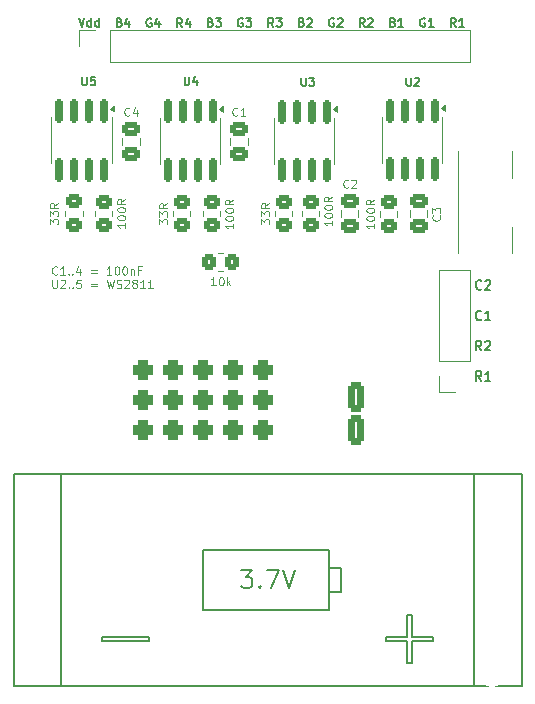
<source format=gto>
G04 #@! TF.GenerationSoftware,KiCad,Pcbnew,8.0.1*
G04 #@! TF.CreationDate,2024-07-15T10:08:48+02:00*
G04 #@! TF.ProjectId,RGB 2x2 with WS2811,52474220-3278-4322-9077-697468205753,rev?*
G04 #@! TF.SameCoordinates,Original*
G04 #@! TF.FileFunction,Legend,Top*
G04 #@! TF.FilePolarity,Positive*
%FSLAX46Y46*%
G04 Gerber Fmt 4.6, Leading zero omitted, Abs format (unit mm)*
G04 Created by KiCad (PCBNEW 8.0.1) date 2024-07-15 10:08:48*
%MOMM*%
%LPD*%
G01*
G04 APERTURE LIST*
G04 Aperture macros list*
%AMRoundRect*
0 Rectangle with rounded corners*
0 $1 Rounding radius*
0 $2 $3 $4 $5 $6 $7 $8 $9 X,Y pos of 4 corners*
0 Add a 4 corners polygon primitive as box body*
4,1,4,$2,$3,$4,$5,$6,$7,$8,$9,$2,$3,0*
0 Add four circle primitives for the rounded corners*
1,1,$1+$1,$2,$3*
1,1,$1+$1,$4,$5*
1,1,$1+$1,$6,$7*
1,1,$1+$1,$8,$9*
0 Add four rect primitives between the rounded corners*
20,1,$1+$1,$2,$3,$4,$5,0*
20,1,$1+$1,$4,$5,$6,$7,0*
20,1,$1+$1,$6,$7,$8,$9,0*
20,1,$1+$1,$8,$9,$2,$3,0*%
G04 Aperture macros list end*
%ADD10C,0.200000*%
%ADD11C,0.100000*%
%ADD12C,0.150000*%
%ADD13C,0.120000*%
%ADD14RoundRect,0.250000X-0.475000X0.337500X-0.475000X-0.337500X0.475000X-0.337500X0.475000X0.337500X0*%
%ADD15R,1.700000X1.700000*%
%ADD16O,1.700000X1.700000*%
%ADD17RoundRect,0.425000X0.425000X0.425000X-0.425000X0.425000X-0.425000X-0.425000X0.425000X-0.425000X0*%
%ADD18RoundRect,0.250000X-0.450000X0.350000X-0.450000X-0.350000X0.450000X-0.350000X0.450000X0.350000X0*%
%ADD19RoundRect,0.250000X0.450000X-0.350000X0.450000X0.350000X-0.450000X0.350000X-0.450000X-0.350000X0*%
%ADD20RoundRect,0.150000X-0.150000X0.825000X-0.150000X-0.825000X0.150000X-0.825000X0.150000X0.825000X0*%
%ADD21R,2.300000X2.300000*%
%ADD22C,2.200000*%
%ADD23RoundRect,0.250000X-0.350000X-0.450000X0.350000X-0.450000X0.350000X0.450000X-0.350000X0.450000X0*%
%ADD24O,3.500000X2.200000*%
%ADD25O,2.500000X1.500000*%
%ADD26R,2.500000X1.500000*%
%ADD27RoundRect,0.250000X0.475000X-0.337500X0.475000X0.337500X-0.475000X0.337500X-0.475000X-0.337500X0*%
%ADD28C,1.800000*%
%ADD29C,3.500000*%
%ADD30C,2.600000*%
%ADD31R,1.600000X1.600000*%
%ADD32O,1.600000X1.600000*%
%ADD33RoundRect,0.304347X-0.395653X0.945653X-0.395653X-0.945653X0.395653X-0.945653X0.395653X0.945653X0*%
%ADD34R,1.800000X1.800000*%
G04 APERTURE END LIST*
D10*
X133097268Y-82662491D02*
X143765268Y-82662491D01*
X143765268Y-87742491D01*
X133097268Y-87742491D01*
X133097268Y-82662491D01*
X143765268Y-84186491D02*
X144781268Y-84186491D01*
X144781268Y-86218491D01*
X143765268Y-86218491D01*
X143765268Y-84186491D01*
D11*
X120775723Y-59279996D02*
X120742390Y-59313330D01*
X120742390Y-59313330D02*
X120642390Y-59346663D01*
X120642390Y-59346663D02*
X120575723Y-59346663D01*
X120575723Y-59346663D02*
X120475723Y-59313330D01*
X120475723Y-59313330D02*
X120409057Y-59246663D01*
X120409057Y-59246663D02*
X120375723Y-59179996D01*
X120375723Y-59179996D02*
X120342390Y-59046663D01*
X120342390Y-59046663D02*
X120342390Y-58946663D01*
X120342390Y-58946663D02*
X120375723Y-58813330D01*
X120375723Y-58813330D02*
X120409057Y-58746663D01*
X120409057Y-58746663D02*
X120475723Y-58679996D01*
X120475723Y-58679996D02*
X120575723Y-58646663D01*
X120575723Y-58646663D02*
X120642390Y-58646663D01*
X120642390Y-58646663D02*
X120742390Y-58679996D01*
X120742390Y-58679996D02*
X120775723Y-58713330D01*
X121442390Y-59346663D02*
X121042390Y-59346663D01*
X121242390Y-59346663D02*
X121242390Y-58646663D01*
X121242390Y-58646663D02*
X121175723Y-58746663D01*
X121175723Y-58746663D02*
X121109057Y-58813330D01*
X121109057Y-58813330D02*
X121042390Y-58846663D01*
X121742390Y-59279996D02*
X121775724Y-59313330D01*
X121775724Y-59313330D02*
X121742390Y-59346663D01*
X121742390Y-59346663D02*
X121709057Y-59313330D01*
X121709057Y-59313330D02*
X121742390Y-59279996D01*
X121742390Y-59279996D02*
X121742390Y-59346663D01*
X122075723Y-59279996D02*
X122109057Y-59313330D01*
X122109057Y-59313330D02*
X122075723Y-59346663D01*
X122075723Y-59346663D02*
X122042390Y-59313330D01*
X122042390Y-59313330D02*
X122075723Y-59279996D01*
X122075723Y-59279996D02*
X122075723Y-59346663D01*
X122709056Y-58879996D02*
X122709056Y-59346663D01*
X122542390Y-58613330D02*
X122375723Y-59113330D01*
X122375723Y-59113330D02*
X122809056Y-59113330D01*
X123609056Y-58979996D02*
X124142390Y-58979996D01*
X124142390Y-59179996D02*
X123609056Y-59179996D01*
X125375723Y-59346663D02*
X124975723Y-59346663D01*
X125175723Y-59346663D02*
X125175723Y-58646663D01*
X125175723Y-58646663D02*
X125109056Y-58746663D01*
X125109056Y-58746663D02*
X125042390Y-58813330D01*
X125042390Y-58813330D02*
X124975723Y-58846663D01*
X125809057Y-58646663D02*
X125875723Y-58646663D01*
X125875723Y-58646663D02*
X125942390Y-58679996D01*
X125942390Y-58679996D02*
X125975723Y-58713330D01*
X125975723Y-58713330D02*
X126009057Y-58779996D01*
X126009057Y-58779996D02*
X126042390Y-58913330D01*
X126042390Y-58913330D02*
X126042390Y-59079996D01*
X126042390Y-59079996D02*
X126009057Y-59213330D01*
X126009057Y-59213330D02*
X125975723Y-59279996D01*
X125975723Y-59279996D02*
X125942390Y-59313330D01*
X125942390Y-59313330D02*
X125875723Y-59346663D01*
X125875723Y-59346663D02*
X125809057Y-59346663D01*
X125809057Y-59346663D02*
X125742390Y-59313330D01*
X125742390Y-59313330D02*
X125709057Y-59279996D01*
X125709057Y-59279996D02*
X125675723Y-59213330D01*
X125675723Y-59213330D02*
X125642390Y-59079996D01*
X125642390Y-59079996D02*
X125642390Y-58913330D01*
X125642390Y-58913330D02*
X125675723Y-58779996D01*
X125675723Y-58779996D02*
X125709057Y-58713330D01*
X125709057Y-58713330D02*
X125742390Y-58679996D01*
X125742390Y-58679996D02*
X125809057Y-58646663D01*
X126475724Y-58646663D02*
X126542390Y-58646663D01*
X126542390Y-58646663D02*
X126609057Y-58679996D01*
X126609057Y-58679996D02*
X126642390Y-58713330D01*
X126642390Y-58713330D02*
X126675724Y-58779996D01*
X126675724Y-58779996D02*
X126709057Y-58913330D01*
X126709057Y-58913330D02*
X126709057Y-59079996D01*
X126709057Y-59079996D02*
X126675724Y-59213330D01*
X126675724Y-59213330D02*
X126642390Y-59279996D01*
X126642390Y-59279996D02*
X126609057Y-59313330D01*
X126609057Y-59313330D02*
X126542390Y-59346663D01*
X126542390Y-59346663D02*
X126475724Y-59346663D01*
X126475724Y-59346663D02*
X126409057Y-59313330D01*
X126409057Y-59313330D02*
X126375724Y-59279996D01*
X126375724Y-59279996D02*
X126342390Y-59213330D01*
X126342390Y-59213330D02*
X126309057Y-59079996D01*
X126309057Y-59079996D02*
X126309057Y-58913330D01*
X126309057Y-58913330D02*
X126342390Y-58779996D01*
X126342390Y-58779996D02*
X126375724Y-58713330D01*
X126375724Y-58713330D02*
X126409057Y-58679996D01*
X126409057Y-58679996D02*
X126475724Y-58646663D01*
X127009057Y-58879996D02*
X127009057Y-59346663D01*
X127009057Y-58946663D02*
X127042391Y-58913330D01*
X127042391Y-58913330D02*
X127109057Y-58879996D01*
X127109057Y-58879996D02*
X127209057Y-58879996D01*
X127209057Y-58879996D02*
X127275724Y-58913330D01*
X127275724Y-58913330D02*
X127309057Y-58979996D01*
X127309057Y-58979996D02*
X127309057Y-59346663D01*
X127875724Y-58979996D02*
X127642390Y-58979996D01*
X127642390Y-59346663D02*
X127642390Y-58646663D01*
X127642390Y-58646663D02*
X127975724Y-58646663D01*
X120375723Y-59773624D02*
X120375723Y-60340291D01*
X120375723Y-60340291D02*
X120409057Y-60406957D01*
X120409057Y-60406957D02*
X120442390Y-60440291D01*
X120442390Y-60440291D02*
X120509057Y-60473624D01*
X120509057Y-60473624D02*
X120642390Y-60473624D01*
X120642390Y-60473624D02*
X120709057Y-60440291D01*
X120709057Y-60440291D02*
X120742390Y-60406957D01*
X120742390Y-60406957D02*
X120775723Y-60340291D01*
X120775723Y-60340291D02*
X120775723Y-59773624D01*
X121075723Y-59840291D02*
X121109056Y-59806957D01*
X121109056Y-59806957D02*
X121175723Y-59773624D01*
X121175723Y-59773624D02*
X121342390Y-59773624D01*
X121342390Y-59773624D02*
X121409056Y-59806957D01*
X121409056Y-59806957D02*
X121442390Y-59840291D01*
X121442390Y-59840291D02*
X121475723Y-59906957D01*
X121475723Y-59906957D02*
X121475723Y-59973624D01*
X121475723Y-59973624D02*
X121442390Y-60073624D01*
X121442390Y-60073624D02*
X121042390Y-60473624D01*
X121042390Y-60473624D02*
X121475723Y-60473624D01*
X121775723Y-60406957D02*
X121809057Y-60440291D01*
X121809057Y-60440291D02*
X121775723Y-60473624D01*
X121775723Y-60473624D02*
X121742390Y-60440291D01*
X121742390Y-60440291D02*
X121775723Y-60406957D01*
X121775723Y-60406957D02*
X121775723Y-60473624D01*
X122109056Y-60406957D02*
X122142390Y-60440291D01*
X122142390Y-60440291D02*
X122109056Y-60473624D01*
X122109056Y-60473624D02*
X122075723Y-60440291D01*
X122075723Y-60440291D02*
X122109056Y-60406957D01*
X122109056Y-60406957D02*
X122109056Y-60473624D01*
X122775723Y-59773624D02*
X122442389Y-59773624D01*
X122442389Y-59773624D02*
X122409056Y-60106957D01*
X122409056Y-60106957D02*
X122442389Y-60073624D01*
X122442389Y-60073624D02*
X122509056Y-60040291D01*
X122509056Y-60040291D02*
X122675723Y-60040291D01*
X122675723Y-60040291D02*
X122742389Y-60073624D01*
X122742389Y-60073624D02*
X122775723Y-60106957D01*
X122775723Y-60106957D02*
X122809056Y-60173624D01*
X122809056Y-60173624D02*
X122809056Y-60340291D01*
X122809056Y-60340291D02*
X122775723Y-60406957D01*
X122775723Y-60406957D02*
X122742389Y-60440291D01*
X122742389Y-60440291D02*
X122675723Y-60473624D01*
X122675723Y-60473624D02*
X122509056Y-60473624D01*
X122509056Y-60473624D02*
X122442389Y-60440291D01*
X122442389Y-60440291D02*
X122409056Y-60406957D01*
X123642389Y-60106957D02*
X124175723Y-60106957D01*
X124175723Y-60306957D02*
X123642389Y-60306957D01*
X124975723Y-59773624D02*
X125142389Y-60473624D01*
X125142389Y-60473624D02*
X125275723Y-59973624D01*
X125275723Y-59973624D02*
X125409056Y-60473624D01*
X125409056Y-60473624D02*
X125575723Y-59773624D01*
X125809056Y-60440291D02*
X125909056Y-60473624D01*
X125909056Y-60473624D02*
X126075723Y-60473624D01*
X126075723Y-60473624D02*
X126142389Y-60440291D01*
X126142389Y-60440291D02*
X126175723Y-60406957D01*
X126175723Y-60406957D02*
X126209056Y-60340291D01*
X126209056Y-60340291D02*
X126209056Y-60273624D01*
X126209056Y-60273624D02*
X126175723Y-60206957D01*
X126175723Y-60206957D02*
X126142389Y-60173624D01*
X126142389Y-60173624D02*
X126075723Y-60140291D01*
X126075723Y-60140291D02*
X125942389Y-60106957D01*
X125942389Y-60106957D02*
X125875723Y-60073624D01*
X125875723Y-60073624D02*
X125842389Y-60040291D01*
X125842389Y-60040291D02*
X125809056Y-59973624D01*
X125809056Y-59973624D02*
X125809056Y-59906957D01*
X125809056Y-59906957D02*
X125842389Y-59840291D01*
X125842389Y-59840291D02*
X125875723Y-59806957D01*
X125875723Y-59806957D02*
X125942389Y-59773624D01*
X125942389Y-59773624D02*
X126109056Y-59773624D01*
X126109056Y-59773624D02*
X126209056Y-59806957D01*
X126475723Y-59840291D02*
X126509056Y-59806957D01*
X126509056Y-59806957D02*
X126575723Y-59773624D01*
X126575723Y-59773624D02*
X126742390Y-59773624D01*
X126742390Y-59773624D02*
X126809056Y-59806957D01*
X126809056Y-59806957D02*
X126842390Y-59840291D01*
X126842390Y-59840291D02*
X126875723Y-59906957D01*
X126875723Y-59906957D02*
X126875723Y-59973624D01*
X126875723Y-59973624D02*
X126842390Y-60073624D01*
X126842390Y-60073624D02*
X126442390Y-60473624D01*
X126442390Y-60473624D02*
X126875723Y-60473624D01*
X127275723Y-60073624D02*
X127209057Y-60040291D01*
X127209057Y-60040291D02*
X127175723Y-60006957D01*
X127175723Y-60006957D02*
X127142390Y-59940291D01*
X127142390Y-59940291D02*
X127142390Y-59906957D01*
X127142390Y-59906957D02*
X127175723Y-59840291D01*
X127175723Y-59840291D02*
X127209057Y-59806957D01*
X127209057Y-59806957D02*
X127275723Y-59773624D01*
X127275723Y-59773624D02*
X127409057Y-59773624D01*
X127409057Y-59773624D02*
X127475723Y-59806957D01*
X127475723Y-59806957D02*
X127509057Y-59840291D01*
X127509057Y-59840291D02*
X127542390Y-59906957D01*
X127542390Y-59906957D02*
X127542390Y-59940291D01*
X127542390Y-59940291D02*
X127509057Y-60006957D01*
X127509057Y-60006957D02*
X127475723Y-60040291D01*
X127475723Y-60040291D02*
X127409057Y-60073624D01*
X127409057Y-60073624D02*
X127275723Y-60073624D01*
X127275723Y-60073624D02*
X127209057Y-60106957D01*
X127209057Y-60106957D02*
X127175723Y-60140291D01*
X127175723Y-60140291D02*
X127142390Y-60206957D01*
X127142390Y-60206957D02*
X127142390Y-60340291D01*
X127142390Y-60340291D02*
X127175723Y-60406957D01*
X127175723Y-60406957D02*
X127209057Y-60440291D01*
X127209057Y-60440291D02*
X127275723Y-60473624D01*
X127275723Y-60473624D02*
X127409057Y-60473624D01*
X127409057Y-60473624D02*
X127475723Y-60440291D01*
X127475723Y-60440291D02*
X127509057Y-60406957D01*
X127509057Y-60406957D02*
X127542390Y-60340291D01*
X127542390Y-60340291D02*
X127542390Y-60206957D01*
X127542390Y-60206957D02*
X127509057Y-60140291D01*
X127509057Y-60140291D02*
X127475723Y-60106957D01*
X127475723Y-60106957D02*
X127409057Y-60073624D01*
X128209057Y-60473624D02*
X127809057Y-60473624D01*
X128009057Y-60473624D02*
X128009057Y-59773624D01*
X128009057Y-59773624D02*
X127942390Y-59873624D01*
X127942390Y-59873624D02*
X127875724Y-59940291D01*
X127875724Y-59940291D02*
X127809057Y-59973624D01*
X128875724Y-60473624D02*
X128475724Y-60473624D01*
X128675724Y-60473624D02*
X128675724Y-59773624D01*
X128675724Y-59773624D02*
X128609057Y-59873624D01*
X128609057Y-59873624D02*
X128542391Y-59940291D01*
X128542391Y-59940291D02*
X128475724Y-59973624D01*
D12*
X156703571Y-60528865D02*
X156665475Y-60566961D01*
X156665475Y-60566961D02*
X156551190Y-60605056D01*
X156551190Y-60605056D02*
X156474999Y-60605056D01*
X156474999Y-60605056D02*
X156360713Y-60566961D01*
X156360713Y-60566961D02*
X156284523Y-60490770D01*
X156284523Y-60490770D02*
X156246428Y-60414580D01*
X156246428Y-60414580D02*
X156208332Y-60262199D01*
X156208332Y-60262199D02*
X156208332Y-60147913D01*
X156208332Y-60147913D02*
X156246428Y-59995532D01*
X156246428Y-59995532D02*
X156284523Y-59919341D01*
X156284523Y-59919341D02*
X156360713Y-59843151D01*
X156360713Y-59843151D02*
X156474999Y-59805056D01*
X156474999Y-59805056D02*
X156551190Y-59805056D01*
X156551190Y-59805056D02*
X156665475Y-59843151D01*
X156665475Y-59843151D02*
X156703571Y-59881246D01*
X157008332Y-59881246D02*
X157046428Y-59843151D01*
X157046428Y-59843151D02*
X157122618Y-59805056D01*
X157122618Y-59805056D02*
X157313094Y-59805056D01*
X157313094Y-59805056D02*
X157389285Y-59843151D01*
X157389285Y-59843151D02*
X157427380Y-59881246D01*
X157427380Y-59881246D02*
X157465475Y-59957437D01*
X157465475Y-59957437D02*
X157465475Y-60033627D01*
X157465475Y-60033627D02*
X157427380Y-60147913D01*
X157427380Y-60147913D02*
X156970237Y-60605056D01*
X156970237Y-60605056D02*
X157465475Y-60605056D01*
X156703571Y-63104775D02*
X156665475Y-63142871D01*
X156665475Y-63142871D02*
X156551190Y-63180966D01*
X156551190Y-63180966D02*
X156474999Y-63180966D01*
X156474999Y-63180966D02*
X156360713Y-63142871D01*
X156360713Y-63142871D02*
X156284523Y-63066680D01*
X156284523Y-63066680D02*
X156246428Y-62990490D01*
X156246428Y-62990490D02*
X156208332Y-62838109D01*
X156208332Y-62838109D02*
X156208332Y-62723823D01*
X156208332Y-62723823D02*
X156246428Y-62571442D01*
X156246428Y-62571442D02*
X156284523Y-62495251D01*
X156284523Y-62495251D02*
X156360713Y-62419061D01*
X156360713Y-62419061D02*
X156474999Y-62380966D01*
X156474999Y-62380966D02*
X156551190Y-62380966D01*
X156551190Y-62380966D02*
X156665475Y-62419061D01*
X156665475Y-62419061D02*
X156703571Y-62457156D01*
X157465475Y-63180966D02*
X157008332Y-63180966D01*
X157236904Y-63180966D02*
X157236904Y-62380966D01*
X157236904Y-62380966D02*
X157160713Y-62495251D01*
X157160713Y-62495251D02*
X157084523Y-62571442D01*
X157084523Y-62571442D02*
X157008332Y-62609537D01*
X156703571Y-65756876D02*
X156436904Y-65375923D01*
X156246428Y-65756876D02*
X156246428Y-64956876D01*
X156246428Y-64956876D02*
X156551190Y-64956876D01*
X156551190Y-64956876D02*
X156627380Y-64994971D01*
X156627380Y-64994971D02*
X156665475Y-65033066D01*
X156665475Y-65033066D02*
X156703571Y-65109257D01*
X156703571Y-65109257D02*
X156703571Y-65223542D01*
X156703571Y-65223542D02*
X156665475Y-65299733D01*
X156665475Y-65299733D02*
X156627380Y-65337828D01*
X156627380Y-65337828D02*
X156551190Y-65375923D01*
X156551190Y-65375923D02*
X156246428Y-65375923D01*
X157008332Y-65033066D02*
X157046428Y-64994971D01*
X157046428Y-64994971D02*
X157122618Y-64956876D01*
X157122618Y-64956876D02*
X157313094Y-64956876D01*
X157313094Y-64956876D02*
X157389285Y-64994971D01*
X157389285Y-64994971D02*
X157427380Y-65033066D01*
X157427380Y-65033066D02*
X157465475Y-65109257D01*
X157465475Y-65109257D02*
X157465475Y-65185447D01*
X157465475Y-65185447D02*
X157427380Y-65299733D01*
X157427380Y-65299733D02*
X156970237Y-65756876D01*
X156970237Y-65756876D02*
X157465475Y-65756876D01*
X156703571Y-68332786D02*
X156436904Y-67951833D01*
X156246428Y-68332786D02*
X156246428Y-67532786D01*
X156246428Y-67532786D02*
X156551190Y-67532786D01*
X156551190Y-67532786D02*
X156627380Y-67570881D01*
X156627380Y-67570881D02*
X156665475Y-67608976D01*
X156665475Y-67608976D02*
X156703571Y-67685167D01*
X156703571Y-67685167D02*
X156703571Y-67799452D01*
X156703571Y-67799452D02*
X156665475Y-67875643D01*
X156665475Y-67875643D02*
X156627380Y-67913738D01*
X156627380Y-67913738D02*
X156551190Y-67951833D01*
X156551190Y-67951833D02*
X156246428Y-67951833D01*
X157465475Y-68332786D02*
X157008332Y-68332786D01*
X157236904Y-68332786D02*
X157236904Y-67532786D01*
X157236904Y-67532786D02*
X157160713Y-67647071D01*
X157160713Y-67647071D02*
X157084523Y-67723262D01*
X157084523Y-67723262D02*
X157008332Y-67761357D01*
X122598428Y-37628129D02*
X122845094Y-38368129D01*
X122845094Y-38368129D02*
X123091761Y-37628129D01*
X123655571Y-38368129D02*
X123655571Y-37628129D01*
X123655571Y-38332891D02*
X123585095Y-38368129D01*
X123585095Y-38368129D02*
X123444142Y-38368129D01*
X123444142Y-38368129D02*
X123373666Y-38332891D01*
X123373666Y-38332891D02*
X123338428Y-38297652D01*
X123338428Y-38297652D02*
X123303190Y-38227176D01*
X123303190Y-38227176D02*
X123303190Y-38015748D01*
X123303190Y-38015748D02*
X123338428Y-37945271D01*
X123338428Y-37945271D02*
X123373666Y-37910033D01*
X123373666Y-37910033D02*
X123444142Y-37874795D01*
X123444142Y-37874795D02*
X123585095Y-37874795D01*
X123585095Y-37874795D02*
X123655571Y-37910033D01*
X124325095Y-38368129D02*
X124325095Y-37628129D01*
X124325095Y-38332891D02*
X124254619Y-38368129D01*
X124254619Y-38368129D02*
X124113666Y-38368129D01*
X124113666Y-38368129D02*
X124043190Y-38332891D01*
X124043190Y-38332891D02*
X124007952Y-38297652D01*
X124007952Y-38297652D02*
X123972714Y-38227176D01*
X123972714Y-38227176D02*
X123972714Y-38015748D01*
X123972714Y-38015748D02*
X124007952Y-37945271D01*
X124007952Y-37945271D02*
X124043190Y-37910033D01*
X124043190Y-37910033D02*
X124113666Y-37874795D01*
X124113666Y-37874795D02*
X124254619Y-37874795D01*
X124254619Y-37874795D02*
X124325095Y-37910033D01*
X126051763Y-37980510D02*
X126157477Y-38015748D01*
X126157477Y-38015748D02*
X126192715Y-38050986D01*
X126192715Y-38050986D02*
X126227953Y-38121462D01*
X126227953Y-38121462D02*
X126227953Y-38227176D01*
X126227953Y-38227176D02*
X126192715Y-38297652D01*
X126192715Y-38297652D02*
X126157477Y-38332891D01*
X126157477Y-38332891D02*
X126087001Y-38368129D01*
X126087001Y-38368129D02*
X125805096Y-38368129D01*
X125805096Y-38368129D02*
X125805096Y-37628129D01*
X125805096Y-37628129D02*
X126051763Y-37628129D01*
X126051763Y-37628129D02*
X126122239Y-37663367D01*
X126122239Y-37663367D02*
X126157477Y-37698605D01*
X126157477Y-37698605D02*
X126192715Y-37769081D01*
X126192715Y-37769081D02*
X126192715Y-37839557D01*
X126192715Y-37839557D02*
X126157477Y-37910033D01*
X126157477Y-37910033D02*
X126122239Y-37945271D01*
X126122239Y-37945271D02*
X126051763Y-37980510D01*
X126051763Y-37980510D02*
X125805096Y-37980510D01*
X126862239Y-37874795D02*
X126862239Y-38368129D01*
X126686048Y-37592891D02*
X126509858Y-38121462D01*
X126509858Y-38121462D02*
X126967953Y-38121462D01*
X128765097Y-37663367D02*
X128694621Y-37628129D01*
X128694621Y-37628129D02*
X128588907Y-37628129D01*
X128588907Y-37628129D02*
X128483192Y-37663367D01*
X128483192Y-37663367D02*
X128412716Y-37733843D01*
X128412716Y-37733843D02*
X128377478Y-37804319D01*
X128377478Y-37804319D02*
X128342240Y-37945271D01*
X128342240Y-37945271D02*
X128342240Y-38050986D01*
X128342240Y-38050986D02*
X128377478Y-38191938D01*
X128377478Y-38191938D02*
X128412716Y-38262414D01*
X128412716Y-38262414D02*
X128483192Y-38332891D01*
X128483192Y-38332891D02*
X128588907Y-38368129D01*
X128588907Y-38368129D02*
X128659383Y-38368129D01*
X128659383Y-38368129D02*
X128765097Y-38332891D01*
X128765097Y-38332891D02*
X128800335Y-38297652D01*
X128800335Y-38297652D02*
X128800335Y-38050986D01*
X128800335Y-38050986D02*
X128659383Y-38050986D01*
X129434621Y-37874795D02*
X129434621Y-38368129D01*
X129258430Y-37592891D02*
X129082240Y-38121462D01*
X129082240Y-38121462D02*
X129540335Y-38121462D01*
X131372717Y-38368129D02*
X131126050Y-38015748D01*
X130949860Y-38368129D02*
X130949860Y-37628129D01*
X130949860Y-37628129D02*
X131231765Y-37628129D01*
X131231765Y-37628129D02*
X131302241Y-37663367D01*
X131302241Y-37663367D02*
X131337479Y-37698605D01*
X131337479Y-37698605D02*
X131372717Y-37769081D01*
X131372717Y-37769081D02*
X131372717Y-37874795D01*
X131372717Y-37874795D02*
X131337479Y-37945271D01*
X131337479Y-37945271D02*
X131302241Y-37980510D01*
X131302241Y-37980510D02*
X131231765Y-38015748D01*
X131231765Y-38015748D02*
X130949860Y-38015748D01*
X132007003Y-37874795D02*
X132007003Y-38368129D01*
X131830812Y-37592891D02*
X131654622Y-38121462D01*
X131654622Y-38121462D02*
X132112717Y-38121462D01*
X133768909Y-37980510D02*
X133874623Y-38015748D01*
X133874623Y-38015748D02*
X133909861Y-38050986D01*
X133909861Y-38050986D02*
X133945099Y-38121462D01*
X133945099Y-38121462D02*
X133945099Y-38227176D01*
X133945099Y-38227176D02*
X133909861Y-38297652D01*
X133909861Y-38297652D02*
X133874623Y-38332891D01*
X133874623Y-38332891D02*
X133804147Y-38368129D01*
X133804147Y-38368129D02*
X133522242Y-38368129D01*
X133522242Y-38368129D02*
X133522242Y-37628129D01*
X133522242Y-37628129D02*
X133768909Y-37628129D01*
X133768909Y-37628129D02*
X133839385Y-37663367D01*
X133839385Y-37663367D02*
X133874623Y-37698605D01*
X133874623Y-37698605D02*
X133909861Y-37769081D01*
X133909861Y-37769081D02*
X133909861Y-37839557D01*
X133909861Y-37839557D02*
X133874623Y-37910033D01*
X133874623Y-37910033D02*
X133839385Y-37945271D01*
X133839385Y-37945271D02*
X133768909Y-37980510D01*
X133768909Y-37980510D02*
X133522242Y-37980510D01*
X134191766Y-37628129D02*
X134649861Y-37628129D01*
X134649861Y-37628129D02*
X134403194Y-37910033D01*
X134403194Y-37910033D02*
X134508909Y-37910033D01*
X134508909Y-37910033D02*
X134579385Y-37945271D01*
X134579385Y-37945271D02*
X134614623Y-37980510D01*
X134614623Y-37980510D02*
X134649861Y-38050986D01*
X134649861Y-38050986D02*
X134649861Y-38227176D01*
X134649861Y-38227176D02*
X134614623Y-38297652D01*
X134614623Y-38297652D02*
X134579385Y-38332891D01*
X134579385Y-38332891D02*
X134508909Y-38368129D01*
X134508909Y-38368129D02*
X134297480Y-38368129D01*
X134297480Y-38368129D02*
X134227004Y-38332891D01*
X134227004Y-38332891D02*
X134191766Y-38297652D01*
X136482243Y-37663367D02*
X136411767Y-37628129D01*
X136411767Y-37628129D02*
X136306053Y-37628129D01*
X136306053Y-37628129D02*
X136200338Y-37663367D01*
X136200338Y-37663367D02*
X136129862Y-37733843D01*
X136129862Y-37733843D02*
X136094624Y-37804319D01*
X136094624Y-37804319D02*
X136059386Y-37945271D01*
X136059386Y-37945271D02*
X136059386Y-38050986D01*
X136059386Y-38050986D02*
X136094624Y-38191938D01*
X136094624Y-38191938D02*
X136129862Y-38262414D01*
X136129862Y-38262414D02*
X136200338Y-38332891D01*
X136200338Y-38332891D02*
X136306053Y-38368129D01*
X136306053Y-38368129D02*
X136376529Y-38368129D01*
X136376529Y-38368129D02*
X136482243Y-38332891D01*
X136482243Y-38332891D02*
X136517481Y-38297652D01*
X136517481Y-38297652D02*
X136517481Y-38050986D01*
X136517481Y-38050986D02*
X136376529Y-38050986D01*
X136764148Y-37628129D02*
X137222243Y-37628129D01*
X137222243Y-37628129D02*
X136975576Y-37910033D01*
X136975576Y-37910033D02*
X137081291Y-37910033D01*
X137081291Y-37910033D02*
X137151767Y-37945271D01*
X137151767Y-37945271D02*
X137187005Y-37980510D01*
X137187005Y-37980510D02*
X137222243Y-38050986D01*
X137222243Y-38050986D02*
X137222243Y-38227176D01*
X137222243Y-38227176D02*
X137187005Y-38297652D01*
X137187005Y-38297652D02*
X137151767Y-38332891D01*
X137151767Y-38332891D02*
X137081291Y-38368129D01*
X137081291Y-38368129D02*
X136869862Y-38368129D01*
X136869862Y-38368129D02*
X136799386Y-38332891D01*
X136799386Y-38332891D02*
X136764148Y-38297652D01*
X139089863Y-38368129D02*
X138843196Y-38015748D01*
X138667006Y-38368129D02*
X138667006Y-37628129D01*
X138667006Y-37628129D02*
X138948911Y-37628129D01*
X138948911Y-37628129D02*
X139019387Y-37663367D01*
X139019387Y-37663367D02*
X139054625Y-37698605D01*
X139054625Y-37698605D02*
X139089863Y-37769081D01*
X139089863Y-37769081D02*
X139089863Y-37874795D01*
X139089863Y-37874795D02*
X139054625Y-37945271D01*
X139054625Y-37945271D02*
X139019387Y-37980510D01*
X139019387Y-37980510D02*
X138948911Y-38015748D01*
X138948911Y-38015748D02*
X138667006Y-38015748D01*
X139336530Y-37628129D02*
X139794625Y-37628129D01*
X139794625Y-37628129D02*
X139547958Y-37910033D01*
X139547958Y-37910033D02*
X139653673Y-37910033D01*
X139653673Y-37910033D02*
X139724149Y-37945271D01*
X139724149Y-37945271D02*
X139759387Y-37980510D01*
X139759387Y-37980510D02*
X139794625Y-38050986D01*
X139794625Y-38050986D02*
X139794625Y-38227176D01*
X139794625Y-38227176D02*
X139759387Y-38297652D01*
X139759387Y-38297652D02*
X139724149Y-38332891D01*
X139724149Y-38332891D02*
X139653673Y-38368129D01*
X139653673Y-38368129D02*
X139442244Y-38368129D01*
X139442244Y-38368129D02*
X139371768Y-38332891D01*
X139371768Y-38332891D02*
X139336530Y-38297652D01*
X141486055Y-37980510D02*
X141591769Y-38015748D01*
X141591769Y-38015748D02*
X141627007Y-38050986D01*
X141627007Y-38050986D02*
X141662245Y-38121462D01*
X141662245Y-38121462D02*
X141662245Y-38227176D01*
X141662245Y-38227176D02*
X141627007Y-38297652D01*
X141627007Y-38297652D02*
X141591769Y-38332891D01*
X141591769Y-38332891D02*
X141521293Y-38368129D01*
X141521293Y-38368129D02*
X141239388Y-38368129D01*
X141239388Y-38368129D02*
X141239388Y-37628129D01*
X141239388Y-37628129D02*
X141486055Y-37628129D01*
X141486055Y-37628129D02*
X141556531Y-37663367D01*
X141556531Y-37663367D02*
X141591769Y-37698605D01*
X141591769Y-37698605D02*
X141627007Y-37769081D01*
X141627007Y-37769081D02*
X141627007Y-37839557D01*
X141627007Y-37839557D02*
X141591769Y-37910033D01*
X141591769Y-37910033D02*
X141556531Y-37945271D01*
X141556531Y-37945271D02*
X141486055Y-37980510D01*
X141486055Y-37980510D02*
X141239388Y-37980510D01*
X141944150Y-37698605D02*
X141979388Y-37663367D01*
X141979388Y-37663367D02*
X142049864Y-37628129D01*
X142049864Y-37628129D02*
X142226055Y-37628129D01*
X142226055Y-37628129D02*
X142296531Y-37663367D01*
X142296531Y-37663367D02*
X142331769Y-37698605D01*
X142331769Y-37698605D02*
X142367007Y-37769081D01*
X142367007Y-37769081D02*
X142367007Y-37839557D01*
X142367007Y-37839557D02*
X142331769Y-37945271D01*
X142331769Y-37945271D02*
X141908912Y-38368129D01*
X141908912Y-38368129D02*
X142367007Y-38368129D01*
X144199389Y-37663367D02*
X144128913Y-37628129D01*
X144128913Y-37628129D02*
X144023199Y-37628129D01*
X144023199Y-37628129D02*
X143917484Y-37663367D01*
X143917484Y-37663367D02*
X143847008Y-37733843D01*
X143847008Y-37733843D02*
X143811770Y-37804319D01*
X143811770Y-37804319D02*
X143776532Y-37945271D01*
X143776532Y-37945271D02*
X143776532Y-38050986D01*
X143776532Y-38050986D02*
X143811770Y-38191938D01*
X143811770Y-38191938D02*
X143847008Y-38262414D01*
X143847008Y-38262414D02*
X143917484Y-38332891D01*
X143917484Y-38332891D02*
X144023199Y-38368129D01*
X144023199Y-38368129D02*
X144093675Y-38368129D01*
X144093675Y-38368129D02*
X144199389Y-38332891D01*
X144199389Y-38332891D02*
X144234627Y-38297652D01*
X144234627Y-38297652D02*
X144234627Y-38050986D01*
X144234627Y-38050986D02*
X144093675Y-38050986D01*
X144516532Y-37698605D02*
X144551770Y-37663367D01*
X144551770Y-37663367D02*
X144622246Y-37628129D01*
X144622246Y-37628129D02*
X144798437Y-37628129D01*
X144798437Y-37628129D02*
X144868913Y-37663367D01*
X144868913Y-37663367D02*
X144904151Y-37698605D01*
X144904151Y-37698605D02*
X144939389Y-37769081D01*
X144939389Y-37769081D02*
X144939389Y-37839557D01*
X144939389Y-37839557D02*
X144904151Y-37945271D01*
X144904151Y-37945271D02*
X144481294Y-38368129D01*
X144481294Y-38368129D02*
X144939389Y-38368129D01*
X146807009Y-38368129D02*
X146560342Y-38015748D01*
X146384152Y-38368129D02*
X146384152Y-37628129D01*
X146384152Y-37628129D02*
X146666057Y-37628129D01*
X146666057Y-37628129D02*
X146736533Y-37663367D01*
X146736533Y-37663367D02*
X146771771Y-37698605D01*
X146771771Y-37698605D02*
X146807009Y-37769081D01*
X146807009Y-37769081D02*
X146807009Y-37874795D01*
X146807009Y-37874795D02*
X146771771Y-37945271D01*
X146771771Y-37945271D02*
X146736533Y-37980510D01*
X146736533Y-37980510D02*
X146666057Y-38015748D01*
X146666057Y-38015748D02*
X146384152Y-38015748D01*
X147088914Y-37698605D02*
X147124152Y-37663367D01*
X147124152Y-37663367D02*
X147194628Y-37628129D01*
X147194628Y-37628129D02*
X147370819Y-37628129D01*
X147370819Y-37628129D02*
X147441295Y-37663367D01*
X147441295Y-37663367D02*
X147476533Y-37698605D01*
X147476533Y-37698605D02*
X147511771Y-37769081D01*
X147511771Y-37769081D02*
X147511771Y-37839557D01*
X147511771Y-37839557D02*
X147476533Y-37945271D01*
X147476533Y-37945271D02*
X147053676Y-38368129D01*
X147053676Y-38368129D02*
X147511771Y-38368129D01*
X149203201Y-37980510D02*
X149308915Y-38015748D01*
X149308915Y-38015748D02*
X149344153Y-38050986D01*
X149344153Y-38050986D02*
X149379391Y-38121462D01*
X149379391Y-38121462D02*
X149379391Y-38227176D01*
X149379391Y-38227176D02*
X149344153Y-38297652D01*
X149344153Y-38297652D02*
X149308915Y-38332891D01*
X149308915Y-38332891D02*
X149238439Y-38368129D01*
X149238439Y-38368129D02*
X148956534Y-38368129D01*
X148956534Y-38368129D02*
X148956534Y-37628129D01*
X148956534Y-37628129D02*
X149203201Y-37628129D01*
X149203201Y-37628129D02*
X149273677Y-37663367D01*
X149273677Y-37663367D02*
X149308915Y-37698605D01*
X149308915Y-37698605D02*
X149344153Y-37769081D01*
X149344153Y-37769081D02*
X149344153Y-37839557D01*
X149344153Y-37839557D02*
X149308915Y-37910033D01*
X149308915Y-37910033D02*
X149273677Y-37945271D01*
X149273677Y-37945271D02*
X149203201Y-37980510D01*
X149203201Y-37980510D02*
X148956534Y-37980510D01*
X150084153Y-38368129D02*
X149661296Y-38368129D01*
X149872724Y-38368129D02*
X149872724Y-37628129D01*
X149872724Y-37628129D02*
X149802248Y-37733843D01*
X149802248Y-37733843D02*
X149731772Y-37804319D01*
X149731772Y-37804319D02*
X149661296Y-37839557D01*
X151916535Y-37663367D02*
X151846059Y-37628129D01*
X151846059Y-37628129D02*
X151740345Y-37628129D01*
X151740345Y-37628129D02*
X151634630Y-37663367D01*
X151634630Y-37663367D02*
X151564154Y-37733843D01*
X151564154Y-37733843D02*
X151528916Y-37804319D01*
X151528916Y-37804319D02*
X151493678Y-37945271D01*
X151493678Y-37945271D02*
X151493678Y-38050986D01*
X151493678Y-38050986D02*
X151528916Y-38191938D01*
X151528916Y-38191938D02*
X151564154Y-38262414D01*
X151564154Y-38262414D02*
X151634630Y-38332891D01*
X151634630Y-38332891D02*
X151740345Y-38368129D01*
X151740345Y-38368129D02*
X151810821Y-38368129D01*
X151810821Y-38368129D02*
X151916535Y-38332891D01*
X151916535Y-38332891D02*
X151951773Y-38297652D01*
X151951773Y-38297652D02*
X151951773Y-38050986D01*
X151951773Y-38050986D02*
X151810821Y-38050986D01*
X152656535Y-38368129D02*
X152233678Y-38368129D01*
X152445106Y-38368129D02*
X152445106Y-37628129D01*
X152445106Y-37628129D02*
X152374630Y-37733843D01*
X152374630Y-37733843D02*
X152304154Y-37804319D01*
X152304154Y-37804319D02*
X152233678Y-37839557D01*
X154524155Y-38368129D02*
X154277488Y-38015748D01*
X154101298Y-38368129D02*
X154101298Y-37628129D01*
X154101298Y-37628129D02*
X154383203Y-37628129D01*
X154383203Y-37628129D02*
X154453679Y-37663367D01*
X154453679Y-37663367D02*
X154488917Y-37698605D01*
X154488917Y-37698605D02*
X154524155Y-37769081D01*
X154524155Y-37769081D02*
X154524155Y-37874795D01*
X154524155Y-37874795D02*
X154488917Y-37945271D01*
X154488917Y-37945271D02*
X154453679Y-37980510D01*
X154453679Y-37980510D02*
X154383203Y-38015748D01*
X154383203Y-38015748D02*
X154101298Y-38015748D01*
X155228917Y-38368129D02*
X154806060Y-38368129D01*
X155017488Y-38368129D02*
X155017488Y-37628129D01*
X155017488Y-37628129D02*
X154947012Y-37733843D01*
X154947012Y-37733843D02*
X154876536Y-37804319D01*
X154876536Y-37804319D02*
X154806060Y-37839557D01*
D11*
X126900601Y-45830456D02*
X126867268Y-45863790D01*
X126867268Y-45863790D02*
X126767268Y-45897123D01*
X126767268Y-45897123D02*
X126700601Y-45897123D01*
X126700601Y-45897123D02*
X126600601Y-45863790D01*
X126600601Y-45863790D02*
X126533935Y-45797123D01*
X126533935Y-45797123D02*
X126500601Y-45730456D01*
X126500601Y-45730456D02*
X126467268Y-45597123D01*
X126467268Y-45597123D02*
X126467268Y-45497123D01*
X126467268Y-45497123D02*
X126500601Y-45363790D01*
X126500601Y-45363790D02*
X126533935Y-45297123D01*
X126533935Y-45297123D02*
X126600601Y-45230456D01*
X126600601Y-45230456D02*
X126700601Y-45197123D01*
X126700601Y-45197123D02*
X126767268Y-45197123D01*
X126767268Y-45197123D02*
X126867268Y-45230456D01*
X126867268Y-45230456D02*
X126900601Y-45263790D01*
X127500601Y-45430456D02*
X127500601Y-45897123D01*
X127333935Y-45163790D02*
X127167268Y-45663790D01*
X127167268Y-45663790D02*
X127600601Y-45663790D01*
X145426601Y-51926456D02*
X145393268Y-51959790D01*
X145393268Y-51959790D02*
X145293268Y-51993123D01*
X145293268Y-51993123D02*
X145226601Y-51993123D01*
X145226601Y-51993123D02*
X145126601Y-51959790D01*
X145126601Y-51959790D02*
X145059935Y-51893123D01*
X145059935Y-51893123D02*
X145026601Y-51826456D01*
X145026601Y-51826456D02*
X144993268Y-51693123D01*
X144993268Y-51693123D02*
X144993268Y-51593123D01*
X144993268Y-51593123D02*
X145026601Y-51459790D01*
X145026601Y-51459790D02*
X145059935Y-51393123D01*
X145059935Y-51393123D02*
X145126601Y-51326456D01*
X145126601Y-51326456D02*
X145226601Y-51293123D01*
X145226601Y-51293123D02*
X145293268Y-51293123D01*
X145293268Y-51293123D02*
X145393268Y-51326456D01*
X145393268Y-51326456D02*
X145426601Y-51359790D01*
X145693268Y-51359790D02*
X145726601Y-51326456D01*
X145726601Y-51326456D02*
X145793268Y-51293123D01*
X145793268Y-51293123D02*
X145959935Y-51293123D01*
X145959935Y-51293123D02*
X146026601Y-51326456D01*
X146026601Y-51326456D02*
X146059935Y-51359790D01*
X146059935Y-51359790D02*
X146093268Y-51426456D01*
X146093268Y-51426456D02*
X146093268Y-51493123D01*
X146093268Y-51493123D02*
X146059935Y-51593123D01*
X146059935Y-51593123D02*
X145659935Y-51993123D01*
X145659935Y-51993123D02*
X146093268Y-51993123D01*
X136044601Y-45830456D02*
X136011268Y-45863790D01*
X136011268Y-45863790D02*
X135911268Y-45897123D01*
X135911268Y-45897123D02*
X135844601Y-45897123D01*
X135844601Y-45897123D02*
X135744601Y-45863790D01*
X135744601Y-45863790D02*
X135677935Y-45797123D01*
X135677935Y-45797123D02*
X135644601Y-45730456D01*
X135644601Y-45730456D02*
X135611268Y-45597123D01*
X135611268Y-45597123D02*
X135611268Y-45497123D01*
X135611268Y-45497123D02*
X135644601Y-45363790D01*
X135644601Y-45363790D02*
X135677935Y-45297123D01*
X135677935Y-45297123D02*
X135744601Y-45230456D01*
X135744601Y-45230456D02*
X135844601Y-45197123D01*
X135844601Y-45197123D02*
X135911268Y-45197123D01*
X135911268Y-45197123D02*
X136011268Y-45230456D01*
X136011268Y-45230456D02*
X136044601Y-45263790D01*
X136711268Y-45897123D02*
X136311268Y-45897123D01*
X136511268Y-45897123D02*
X136511268Y-45197123D01*
X136511268Y-45197123D02*
X136444601Y-45297123D01*
X136444601Y-45297123D02*
X136377935Y-45363790D01*
X136377935Y-45363790D02*
X136311268Y-45397123D01*
X144083901Y-54777156D02*
X144083901Y-55177156D01*
X144083901Y-54977156D02*
X143383901Y-54977156D01*
X143383901Y-54977156D02*
X143483901Y-55043823D01*
X143483901Y-55043823D02*
X143550568Y-55110490D01*
X143550568Y-55110490D02*
X143583901Y-55177156D01*
X143383901Y-54343823D02*
X143383901Y-54277156D01*
X143383901Y-54277156D02*
X143417234Y-54210489D01*
X143417234Y-54210489D02*
X143450568Y-54177156D01*
X143450568Y-54177156D02*
X143517234Y-54143823D01*
X143517234Y-54143823D02*
X143650568Y-54110489D01*
X143650568Y-54110489D02*
X143817234Y-54110489D01*
X143817234Y-54110489D02*
X143950568Y-54143823D01*
X143950568Y-54143823D02*
X144017234Y-54177156D01*
X144017234Y-54177156D02*
X144050568Y-54210489D01*
X144050568Y-54210489D02*
X144083901Y-54277156D01*
X144083901Y-54277156D02*
X144083901Y-54343823D01*
X144083901Y-54343823D02*
X144050568Y-54410489D01*
X144050568Y-54410489D02*
X144017234Y-54443823D01*
X144017234Y-54443823D02*
X143950568Y-54477156D01*
X143950568Y-54477156D02*
X143817234Y-54510489D01*
X143817234Y-54510489D02*
X143650568Y-54510489D01*
X143650568Y-54510489D02*
X143517234Y-54477156D01*
X143517234Y-54477156D02*
X143450568Y-54443823D01*
X143450568Y-54443823D02*
X143417234Y-54410489D01*
X143417234Y-54410489D02*
X143383901Y-54343823D01*
X143383901Y-53677156D02*
X143383901Y-53610489D01*
X143383901Y-53610489D02*
X143417234Y-53543822D01*
X143417234Y-53543822D02*
X143450568Y-53510489D01*
X143450568Y-53510489D02*
X143517234Y-53477156D01*
X143517234Y-53477156D02*
X143650568Y-53443822D01*
X143650568Y-53443822D02*
X143817234Y-53443822D01*
X143817234Y-53443822D02*
X143950568Y-53477156D01*
X143950568Y-53477156D02*
X144017234Y-53510489D01*
X144017234Y-53510489D02*
X144050568Y-53543822D01*
X144050568Y-53543822D02*
X144083901Y-53610489D01*
X144083901Y-53610489D02*
X144083901Y-53677156D01*
X144083901Y-53677156D02*
X144050568Y-53743822D01*
X144050568Y-53743822D02*
X144017234Y-53777156D01*
X144017234Y-53777156D02*
X143950568Y-53810489D01*
X143950568Y-53810489D02*
X143817234Y-53843822D01*
X143817234Y-53843822D02*
X143650568Y-53843822D01*
X143650568Y-53843822D02*
X143517234Y-53810489D01*
X143517234Y-53810489D02*
X143450568Y-53777156D01*
X143450568Y-53777156D02*
X143417234Y-53743822D01*
X143417234Y-53743822D02*
X143383901Y-53677156D01*
X144083901Y-52743822D02*
X143750568Y-52977155D01*
X144083901Y-53143822D02*
X143383901Y-53143822D01*
X143383901Y-53143822D02*
X143383901Y-52877155D01*
X143383901Y-52877155D02*
X143417234Y-52810489D01*
X143417234Y-52810489D02*
X143450568Y-52777155D01*
X143450568Y-52777155D02*
X143517234Y-52743822D01*
X143517234Y-52743822D02*
X143617234Y-52743822D01*
X143617234Y-52743822D02*
X143683901Y-52777155D01*
X143683901Y-52777155D02*
X143717234Y-52810489D01*
X143717234Y-52810489D02*
X143750568Y-52877155D01*
X143750568Y-52877155D02*
X143750568Y-53143822D01*
X138049901Y-55077658D02*
X138049901Y-54644324D01*
X138049901Y-54644324D02*
X138316568Y-54877658D01*
X138316568Y-54877658D02*
X138316568Y-54777658D01*
X138316568Y-54777658D02*
X138349901Y-54710991D01*
X138349901Y-54710991D02*
X138383234Y-54677658D01*
X138383234Y-54677658D02*
X138449901Y-54644324D01*
X138449901Y-54644324D02*
X138616568Y-54644324D01*
X138616568Y-54644324D02*
X138683234Y-54677658D01*
X138683234Y-54677658D02*
X138716568Y-54710991D01*
X138716568Y-54710991D02*
X138749901Y-54777658D01*
X138749901Y-54777658D02*
X138749901Y-54977658D01*
X138749901Y-54977658D02*
X138716568Y-55044324D01*
X138716568Y-55044324D02*
X138683234Y-55077658D01*
X138049901Y-54410991D02*
X138049901Y-53977657D01*
X138049901Y-53977657D02*
X138316568Y-54210991D01*
X138316568Y-54210991D02*
X138316568Y-54110991D01*
X138316568Y-54110991D02*
X138349901Y-54044324D01*
X138349901Y-54044324D02*
X138383234Y-54010991D01*
X138383234Y-54010991D02*
X138449901Y-53977657D01*
X138449901Y-53977657D02*
X138616568Y-53977657D01*
X138616568Y-53977657D02*
X138683234Y-54010991D01*
X138683234Y-54010991D02*
X138716568Y-54044324D01*
X138716568Y-54044324D02*
X138749901Y-54110991D01*
X138749901Y-54110991D02*
X138749901Y-54310991D01*
X138749901Y-54310991D02*
X138716568Y-54377657D01*
X138716568Y-54377657D02*
X138683234Y-54410991D01*
X138749901Y-53277657D02*
X138416568Y-53510990D01*
X138749901Y-53677657D02*
X138049901Y-53677657D01*
X138049901Y-53677657D02*
X138049901Y-53410990D01*
X138049901Y-53410990D02*
X138083234Y-53344324D01*
X138083234Y-53344324D02*
X138116568Y-53310990D01*
X138116568Y-53310990D02*
X138183234Y-53277657D01*
X138183234Y-53277657D02*
X138283234Y-53277657D01*
X138283234Y-53277657D02*
X138349901Y-53310990D01*
X138349901Y-53310990D02*
X138383234Y-53344324D01*
X138383234Y-53344324D02*
X138416568Y-53410990D01*
X138416568Y-53410990D02*
X138416568Y-53677657D01*
X120159901Y-55061658D02*
X120159901Y-54628324D01*
X120159901Y-54628324D02*
X120426568Y-54861658D01*
X120426568Y-54861658D02*
X120426568Y-54761658D01*
X120426568Y-54761658D02*
X120459901Y-54694991D01*
X120459901Y-54694991D02*
X120493234Y-54661658D01*
X120493234Y-54661658D02*
X120559901Y-54628324D01*
X120559901Y-54628324D02*
X120726568Y-54628324D01*
X120726568Y-54628324D02*
X120793234Y-54661658D01*
X120793234Y-54661658D02*
X120826568Y-54694991D01*
X120826568Y-54694991D02*
X120859901Y-54761658D01*
X120859901Y-54761658D02*
X120859901Y-54961658D01*
X120859901Y-54961658D02*
X120826568Y-55028324D01*
X120826568Y-55028324D02*
X120793234Y-55061658D01*
X120159901Y-54394991D02*
X120159901Y-53961657D01*
X120159901Y-53961657D02*
X120426568Y-54194991D01*
X120426568Y-54194991D02*
X120426568Y-54094991D01*
X120426568Y-54094991D02*
X120459901Y-54028324D01*
X120459901Y-54028324D02*
X120493234Y-53994991D01*
X120493234Y-53994991D02*
X120559901Y-53961657D01*
X120559901Y-53961657D02*
X120726568Y-53961657D01*
X120726568Y-53961657D02*
X120793234Y-53994991D01*
X120793234Y-53994991D02*
X120826568Y-54028324D01*
X120826568Y-54028324D02*
X120859901Y-54094991D01*
X120859901Y-54094991D02*
X120859901Y-54294991D01*
X120859901Y-54294991D02*
X120826568Y-54361657D01*
X120826568Y-54361657D02*
X120793234Y-54394991D01*
X120859901Y-53261657D02*
X120526568Y-53494990D01*
X120859901Y-53661657D02*
X120159901Y-53661657D01*
X120159901Y-53661657D02*
X120159901Y-53394990D01*
X120159901Y-53394990D02*
X120193234Y-53328324D01*
X120193234Y-53328324D02*
X120226568Y-53294990D01*
X120226568Y-53294990D02*
X120293234Y-53261657D01*
X120293234Y-53261657D02*
X120393234Y-53261657D01*
X120393234Y-53261657D02*
X120459901Y-53294990D01*
X120459901Y-53294990D02*
X120493234Y-53328324D01*
X120493234Y-53328324D02*
X120526568Y-53394990D01*
X120526568Y-53394990D02*
X120526568Y-53661657D01*
X147639901Y-55031156D02*
X147639901Y-55431156D01*
X147639901Y-55231156D02*
X146939901Y-55231156D01*
X146939901Y-55231156D02*
X147039901Y-55297823D01*
X147039901Y-55297823D02*
X147106568Y-55364490D01*
X147106568Y-55364490D02*
X147139901Y-55431156D01*
X146939901Y-54597823D02*
X146939901Y-54531156D01*
X146939901Y-54531156D02*
X146973234Y-54464489D01*
X146973234Y-54464489D02*
X147006568Y-54431156D01*
X147006568Y-54431156D02*
X147073234Y-54397823D01*
X147073234Y-54397823D02*
X147206568Y-54364489D01*
X147206568Y-54364489D02*
X147373234Y-54364489D01*
X147373234Y-54364489D02*
X147506568Y-54397823D01*
X147506568Y-54397823D02*
X147573234Y-54431156D01*
X147573234Y-54431156D02*
X147606568Y-54464489D01*
X147606568Y-54464489D02*
X147639901Y-54531156D01*
X147639901Y-54531156D02*
X147639901Y-54597823D01*
X147639901Y-54597823D02*
X147606568Y-54664489D01*
X147606568Y-54664489D02*
X147573234Y-54697823D01*
X147573234Y-54697823D02*
X147506568Y-54731156D01*
X147506568Y-54731156D02*
X147373234Y-54764489D01*
X147373234Y-54764489D02*
X147206568Y-54764489D01*
X147206568Y-54764489D02*
X147073234Y-54731156D01*
X147073234Y-54731156D02*
X147006568Y-54697823D01*
X147006568Y-54697823D02*
X146973234Y-54664489D01*
X146973234Y-54664489D02*
X146939901Y-54597823D01*
X146939901Y-53931156D02*
X146939901Y-53864489D01*
X146939901Y-53864489D02*
X146973234Y-53797822D01*
X146973234Y-53797822D02*
X147006568Y-53764489D01*
X147006568Y-53764489D02*
X147073234Y-53731156D01*
X147073234Y-53731156D02*
X147206568Y-53697822D01*
X147206568Y-53697822D02*
X147373234Y-53697822D01*
X147373234Y-53697822D02*
X147506568Y-53731156D01*
X147506568Y-53731156D02*
X147573234Y-53764489D01*
X147573234Y-53764489D02*
X147606568Y-53797822D01*
X147606568Y-53797822D02*
X147639901Y-53864489D01*
X147639901Y-53864489D02*
X147639901Y-53931156D01*
X147639901Y-53931156D02*
X147606568Y-53997822D01*
X147606568Y-53997822D02*
X147573234Y-54031156D01*
X147573234Y-54031156D02*
X147506568Y-54064489D01*
X147506568Y-54064489D02*
X147373234Y-54097822D01*
X147373234Y-54097822D02*
X147206568Y-54097822D01*
X147206568Y-54097822D02*
X147073234Y-54064489D01*
X147073234Y-54064489D02*
X147006568Y-54031156D01*
X147006568Y-54031156D02*
X146973234Y-53997822D01*
X146973234Y-53997822D02*
X146939901Y-53931156D01*
X147639901Y-52997822D02*
X147306568Y-53231155D01*
X147639901Y-53397822D02*
X146939901Y-53397822D01*
X146939901Y-53397822D02*
X146939901Y-53131155D01*
X146939901Y-53131155D02*
X146973234Y-53064489D01*
X146973234Y-53064489D02*
X147006568Y-53031155D01*
X147006568Y-53031155D02*
X147073234Y-52997822D01*
X147073234Y-52997822D02*
X147173234Y-52997822D01*
X147173234Y-52997822D02*
X147239901Y-53031155D01*
X147239901Y-53031155D02*
X147273234Y-53064489D01*
X147273234Y-53064489D02*
X147306568Y-53131155D01*
X147306568Y-53131155D02*
X147306568Y-53397822D01*
D12*
X141453934Y-42654523D02*
X141453934Y-43221190D01*
X141453934Y-43221190D02*
X141487268Y-43287856D01*
X141487268Y-43287856D02*
X141520601Y-43321190D01*
X141520601Y-43321190D02*
X141587268Y-43354523D01*
X141587268Y-43354523D02*
X141720601Y-43354523D01*
X141720601Y-43354523D02*
X141787268Y-43321190D01*
X141787268Y-43321190D02*
X141820601Y-43287856D01*
X141820601Y-43287856D02*
X141853934Y-43221190D01*
X141853934Y-43221190D02*
X141853934Y-42654523D01*
X142120601Y-42654523D02*
X142553934Y-42654523D01*
X142553934Y-42654523D02*
X142320601Y-42921190D01*
X142320601Y-42921190D02*
X142420601Y-42921190D01*
X142420601Y-42921190D02*
X142487267Y-42954523D01*
X142487267Y-42954523D02*
X142520601Y-42987856D01*
X142520601Y-42987856D02*
X142553934Y-43054523D01*
X142553934Y-43054523D02*
X142553934Y-43221190D01*
X142553934Y-43221190D02*
X142520601Y-43287856D01*
X142520601Y-43287856D02*
X142487267Y-43321190D01*
X142487267Y-43321190D02*
X142420601Y-43354523D01*
X142420601Y-43354523D02*
X142220601Y-43354523D01*
X142220601Y-43354523D02*
X142153934Y-43321190D01*
X142153934Y-43321190D02*
X142120601Y-43287856D01*
X150343934Y-42654524D02*
X150343934Y-43221191D01*
X150343934Y-43221191D02*
X150377268Y-43287857D01*
X150377268Y-43287857D02*
X150410601Y-43321191D01*
X150410601Y-43321191D02*
X150477268Y-43354524D01*
X150477268Y-43354524D02*
X150610601Y-43354524D01*
X150610601Y-43354524D02*
X150677268Y-43321191D01*
X150677268Y-43321191D02*
X150710601Y-43287857D01*
X150710601Y-43287857D02*
X150743934Y-43221191D01*
X150743934Y-43221191D02*
X150743934Y-42654524D01*
X151043934Y-42721191D02*
X151077267Y-42687857D01*
X151077267Y-42687857D02*
X151143934Y-42654524D01*
X151143934Y-42654524D02*
X151310601Y-42654524D01*
X151310601Y-42654524D02*
X151377267Y-42687857D01*
X151377267Y-42687857D02*
X151410601Y-42721191D01*
X151410601Y-42721191D02*
X151443934Y-42787857D01*
X151443934Y-42787857D02*
X151443934Y-42854524D01*
X151443934Y-42854524D02*
X151410601Y-42954524D01*
X151410601Y-42954524D02*
X151010601Y-43354524D01*
X151010601Y-43354524D02*
X151443934Y-43354524D01*
D11*
X135701901Y-55031156D02*
X135701901Y-55431156D01*
X135701901Y-55231156D02*
X135001901Y-55231156D01*
X135001901Y-55231156D02*
X135101901Y-55297823D01*
X135101901Y-55297823D02*
X135168568Y-55364490D01*
X135168568Y-55364490D02*
X135201901Y-55431156D01*
X135001901Y-54597823D02*
X135001901Y-54531156D01*
X135001901Y-54531156D02*
X135035234Y-54464489D01*
X135035234Y-54464489D02*
X135068568Y-54431156D01*
X135068568Y-54431156D02*
X135135234Y-54397823D01*
X135135234Y-54397823D02*
X135268568Y-54364489D01*
X135268568Y-54364489D02*
X135435234Y-54364489D01*
X135435234Y-54364489D02*
X135568568Y-54397823D01*
X135568568Y-54397823D02*
X135635234Y-54431156D01*
X135635234Y-54431156D02*
X135668568Y-54464489D01*
X135668568Y-54464489D02*
X135701901Y-54531156D01*
X135701901Y-54531156D02*
X135701901Y-54597823D01*
X135701901Y-54597823D02*
X135668568Y-54664489D01*
X135668568Y-54664489D02*
X135635234Y-54697823D01*
X135635234Y-54697823D02*
X135568568Y-54731156D01*
X135568568Y-54731156D02*
X135435234Y-54764489D01*
X135435234Y-54764489D02*
X135268568Y-54764489D01*
X135268568Y-54764489D02*
X135135234Y-54731156D01*
X135135234Y-54731156D02*
X135068568Y-54697823D01*
X135068568Y-54697823D02*
X135035234Y-54664489D01*
X135035234Y-54664489D02*
X135001901Y-54597823D01*
X135001901Y-53931156D02*
X135001901Y-53864489D01*
X135001901Y-53864489D02*
X135035234Y-53797822D01*
X135035234Y-53797822D02*
X135068568Y-53764489D01*
X135068568Y-53764489D02*
X135135234Y-53731156D01*
X135135234Y-53731156D02*
X135268568Y-53697822D01*
X135268568Y-53697822D02*
X135435234Y-53697822D01*
X135435234Y-53697822D02*
X135568568Y-53731156D01*
X135568568Y-53731156D02*
X135635234Y-53764489D01*
X135635234Y-53764489D02*
X135668568Y-53797822D01*
X135668568Y-53797822D02*
X135701901Y-53864489D01*
X135701901Y-53864489D02*
X135701901Y-53931156D01*
X135701901Y-53931156D02*
X135668568Y-53997822D01*
X135668568Y-53997822D02*
X135635234Y-54031156D01*
X135635234Y-54031156D02*
X135568568Y-54064489D01*
X135568568Y-54064489D02*
X135435234Y-54097822D01*
X135435234Y-54097822D02*
X135268568Y-54097822D01*
X135268568Y-54097822D02*
X135135234Y-54064489D01*
X135135234Y-54064489D02*
X135068568Y-54031156D01*
X135068568Y-54031156D02*
X135035234Y-53997822D01*
X135035234Y-53997822D02*
X135001901Y-53931156D01*
X135701901Y-52997822D02*
X135368568Y-53231155D01*
X135701901Y-53397822D02*
X135001901Y-53397822D01*
X135001901Y-53397822D02*
X135001901Y-53131155D01*
X135001901Y-53131155D02*
X135035234Y-53064489D01*
X135035234Y-53064489D02*
X135068568Y-53031155D01*
X135068568Y-53031155D02*
X135135234Y-52997822D01*
X135135234Y-52997822D02*
X135235234Y-52997822D01*
X135235234Y-52997822D02*
X135301901Y-53031155D01*
X135301901Y-53031155D02*
X135335234Y-53064489D01*
X135335234Y-53064489D02*
X135368568Y-53131155D01*
X135368568Y-53131155D02*
X135368568Y-53397822D01*
X134204601Y-60247124D02*
X133804601Y-60247124D01*
X134004601Y-60247124D02*
X134004601Y-59547124D01*
X134004601Y-59547124D02*
X133937934Y-59647124D01*
X133937934Y-59647124D02*
X133871268Y-59713791D01*
X133871268Y-59713791D02*
X133804601Y-59747124D01*
X134637935Y-59547124D02*
X134704601Y-59547124D01*
X134704601Y-59547124D02*
X134771268Y-59580457D01*
X134771268Y-59580457D02*
X134804601Y-59613791D01*
X134804601Y-59613791D02*
X134837935Y-59680457D01*
X134837935Y-59680457D02*
X134871268Y-59813791D01*
X134871268Y-59813791D02*
X134871268Y-59980457D01*
X134871268Y-59980457D02*
X134837935Y-60113791D01*
X134837935Y-60113791D02*
X134804601Y-60180457D01*
X134804601Y-60180457D02*
X134771268Y-60213791D01*
X134771268Y-60213791D02*
X134704601Y-60247124D01*
X134704601Y-60247124D02*
X134637935Y-60247124D01*
X134637935Y-60247124D02*
X134571268Y-60213791D01*
X134571268Y-60213791D02*
X134537935Y-60180457D01*
X134537935Y-60180457D02*
X134504601Y-60113791D01*
X134504601Y-60113791D02*
X134471268Y-59980457D01*
X134471268Y-59980457D02*
X134471268Y-59813791D01*
X134471268Y-59813791D02*
X134504601Y-59680457D01*
X134504601Y-59680457D02*
X134537935Y-59613791D01*
X134537935Y-59613791D02*
X134571268Y-59580457D01*
X134571268Y-59580457D02*
X134637935Y-59547124D01*
X135171268Y-60247124D02*
X135171268Y-59547124D01*
X135237935Y-59980457D02*
X135437935Y-60247124D01*
X135437935Y-59780457D02*
X135171268Y-60047124D01*
D12*
X131563934Y-42601024D02*
X131563934Y-43167691D01*
X131563934Y-43167691D02*
X131597268Y-43234357D01*
X131597268Y-43234357D02*
X131630601Y-43267691D01*
X131630601Y-43267691D02*
X131697268Y-43301024D01*
X131697268Y-43301024D02*
X131830601Y-43301024D01*
X131830601Y-43301024D02*
X131897268Y-43267691D01*
X131897268Y-43267691D02*
X131930601Y-43234357D01*
X131930601Y-43234357D02*
X131963934Y-43167691D01*
X131963934Y-43167691D02*
X131963934Y-42601024D01*
X132597267Y-42834357D02*
X132597267Y-43301024D01*
X132430601Y-42567691D02*
X132263934Y-43067691D01*
X132263934Y-43067691D02*
X132697267Y-43067691D01*
D11*
X126557901Y-54977657D02*
X126557901Y-55377657D01*
X126557901Y-55177657D02*
X125857901Y-55177657D01*
X125857901Y-55177657D02*
X125957901Y-55244324D01*
X125957901Y-55244324D02*
X126024568Y-55310991D01*
X126024568Y-55310991D02*
X126057901Y-55377657D01*
X125857901Y-54544324D02*
X125857901Y-54477657D01*
X125857901Y-54477657D02*
X125891234Y-54410990D01*
X125891234Y-54410990D02*
X125924568Y-54377657D01*
X125924568Y-54377657D02*
X125991234Y-54344324D01*
X125991234Y-54344324D02*
X126124568Y-54310990D01*
X126124568Y-54310990D02*
X126291234Y-54310990D01*
X126291234Y-54310990D02*
X126424568Y-54344324D01*
X126424568Y-54344324D02*
X126491234Y-54377657D01*
X126491234Y-54377657D02*
X126524568Y-54410990D01*
X126524568Y-54410990D02*
X126557901Y-54477657D01*
X126557901Y-54477657D02*
X126557901Y-54544324D01*
X126557901Y-54544324D02*
X126524568Y-54610990D01*
X126524568Y-54610990D02*
X126491234Y-54644324D01*
X126491234Y-54644324D02*
X126424568Y-54677657D01*
X126424568Y-54677657D02*
X126291234Y-54710990D01*
X126291234Y-54710990D02*
X126124568Y-54710990D01*
X126124568Y-54710990D02*
X125991234Y-54677657D01*
X125991234Y-54677657D02*
X125924568Y-54644324D01*
X125924568Y-54644324D02*
X125891234Y-54610990D01*
X125891234Y-54610990D02*
X125857901Y-54544324D01*
X125857901Y-53877657D02*
X125857901Y-53810990D01*
X125857901Y-53810990D02*
X125891234Y-53744323D01*
X125891234Y-53744323D02*
X125924568Y-53710990D01*
X125924568Y-53710990D02*
X125991234Y-53677657D01*
X125991234Y-53677657D02*
X126124568Y-53644323D01*
X126124568Y-53644323D02*
X126291234Y-53644323D01*
X126291234Y-53644323D02*
X126424568Y-53677657D01*
X126424568Y-53677657D02*
X126491234Y-53710990D01*
X126491234Y-53710990D02*
X126524568Y-53744323D01*
X126524568Y-53744323D02*
X126557901Y-53810990D01*
X126557901Y-53810990D02*
X126557901Y-53877657D01*
X126557901Y-53877657D02*
X126524568Y-53944323D01*
X126524568Y-53944323D02*
X126491234Y-53977657D01*
X126491234Y-53977657D02*
X126424568Y-54010990D01*
X126424568Y-54010990D02*
X126291234Y-54044323D01*
X126291234Y-54044323D02*
X126124568Y-54044323D01*
X126124568Y-54044323D02*
X125991234Y-54010990D01*
X125991234Y-54010990D02*
X125924568Y-53977657D01*
X125924568Y-53977657D02*
X125891234Y-53944323D01*
X125891234Y-53944323D02*
X125857901Y-53877657D01*
X126557901Y-52944323D02*
X126224568Y-53177656D01*
X126557901Y-53344323D02*
X125857901Y-53344323D01*
X125857901Y-53344323D02*
X125857901Y-53077656D01*
X125857901Y-53077656D02*
X125891234Y-53010990D01*
X125891234Y-53010990D02*
X125924568Y-52977656D01*
X125924568Y-52977656D02*
X125991234Y-52944323D01*
X125991234Y-52944323D02*
X126091234Y-52944323D01*
X126091234Y-52944323D02*
X126157901Y-52977656D01*
X126157901Y-52977656D02*
X126191234Y-53010990D01*
X126191234Y-53010990D02*
X126224568Y-53077656D01*
X126224568Y-53077656D02*
X126224568Y-53344323D01*
X153161234Y-54331157D02*
X153194568Y-54364490D01*
X153194568Y-54364490D02*
X153227901Y-54464490D01*
X153227901Y-54464490D02*
X153227901Y-54531157D01*
X153227901Y-54531157D02*
X153194568Y-54631157D01*
X153194568Y-54631157D02*
X153127901Y-54697824D01*
X153127901Y-54697824D02*
X153061234Y-54731157D01*
X153061234Y-54731157D02*
X152927901Y-54764490D01*
X152927901Y-54764490D02*
X152827901Y-54764490D01*
X152827901Y-54764490D02*
X152694568Y-54731157D01*
X152694568Y-54731157D02*
X152627901Y-54697824D01*
X152627901Y-54697824D02*
X152561234Y-54631157D01*
X152561234Y-54631157D02*
X152527901Y-54531157D01*
X152527901Y-54531157D02*
X152527901Y-54464490D01*
X152527901Y-54464490D02*
X152561234Y-54364490D01*
X152561234Y-54364490D02*
X152594568Y-54331157D01*
X152527901Y-54097824D02*
X152527901Y-53664490D01*
X152527901Y-53664490D02*
X152794568Y-53897824D01*
X152794568Y-53897824D02*
X152794568Y-53797824D01*
X152794568Y-53797824D02*
X152827901Y-53731157D01*
X152827901Y-53731157D02*
X152861234Y-53697824D01*
X152861234Y-53697824D02*
X152927901Y-53664490D01*
X152927901Y-53664490D02*
X153094568Y-53664490D01*
X153094568Y-53664490D02*
X153161234Y-53697824D01*
X153161234Y-53697824D02*
X153194568Y-53731157D01*
X153194568Y-53731157D02*
X153227901Y-53797824D01*
X153227901Y-53797824D02*
X153227901Y-53997824D01*
X153227901Y-53997824D02*
X153194568Y-54064490D01*
X153194568Y-54064490D02*
X153161234Y-54097824D01*
X129413901Y-55093658D02*
X129413901Y-54660324D01*
X129413901Y-54660324D02*
X129680568Y-54893658D01*
X129680568Y-54893658D02*
X129680568Y-54793658D01*
X129680568Y-54793658D02*
X129713901Y-54726991D01*
X129713901Y-54726991D02*
X129747234Y-54693658D01*
X129747234Y-54693658D02*
X129813901Y-54660324D01*
X129813901Y-54660324D02*
X129980568Y-54660324D01*
X129980568Y-54660324D02*
X130047234Y-54693658D01*
X130047234Y-54693658D02*
X130080568Y-54726991D01*
X130080568Y-54726991D02*
X130113901Y-54793658D01*
X130113901Y-54793658D02*
X130113901Y-54993658D01*
X130113901Y-54993658D02*
X130080568Y-55060324D01*
X130080568Y-55060324D02*
X130047234Y-55093658D01*
X129413901Y-54426991D02*
X129413901Y-53993657D01*
X129413901Y-53993657D02*
X129680568Y-54226991D01*
X129680568Y-54226991D02*
X129680568Y-54126991D01*
X129680568Y-54126991D02*
X129713901Y-54060324D01*
X129713901Y-54060324D02*
X129747234Y-54026991D01*
X129747234Y-54026991D02*
X129813901Y-53993657D01*
X129813901Y-53993657D02*
X129980568Y-53993657D01*
X129980568Y-53993657D02*
X130047234Y-54026991D01*
X130047234Y-54026991D02*
X130080568Y-54060324D01*
X130080568Y-54060324D02*
X130113901Y-54126991D01*
X130113901Y-54126991D02*
X130113901Y-54326991D01*
X130113901Y-54326991D02*
X130080568Y-54393657D01*
X130080568Y-54393657D02*
X130047234Y-54426991D01*
X130113901Y-53293657D02*
X129780568Y-53526990D01*
X130113901Y-53693657D02*
X129413901Y-53693657D01*
X129413901Y-53693657D02*
X129413901Y-53426990D01*
X129413901Y-53426990D02*
X129447234Y-53360324D01*
X129447234Y-53360324D02*
X129480568Y-53326990D01*
X129480568Y-53326990D02*
X129547234Y-53293657D01*
X129547234Y-53293657D02*
X129647234Y-53293657D01*
X129647234Y-53293657D02*
X129713901Y-53326990D01*
X129713901Y-53326990D02*
X129747234Y-53360324D01*
X129747234Y-53360324D02*
X129780568Y-53426990D01*
X129780568Y-53426990D02*
X129780568Y-53693657D01*
D12*
X122911934Y-42601024D02*
X122911934Y-43167691D01*
X122911934Y-43167691D02*
X122945268Y-43234357D01*
X122945268Y-43234357D02*
X122978601Y-43267691D01*
X122978601Y-43267691D02*
X123045268Y-43301024D01*
X123045268Y-43301024D02*
X123178601Y-43301024D01*
X123178601Y-43301024D02*
X123245268Y-43267691D01*
X123245268Y-43267691D02*
X123278601Y-43234357D01*
X123278601Y-43234357D02*
X123311934Y-43167691D01*
X123311934Y-43167691D02*
X123311934Y-42601024D01*
X123978601Y-42601024D02*
X123645267Y-42601024D01*
X123645267Y-42601024D02*
X123611934Y-42934357D01*
X123611934Y-42934357D02*
X123645267Y-42901024D01*
X123645267Y-42901024D02*
X123711934Y-42867691D01*
X123711934Y-42867691D02*
X123878601Y-42867691D01*
X123878601Y-42867691D02*
X123945267Y-42901024D01*
X123945267Y-42901024D02*
X123978601Y-42934357D01*
X123978601Y-42934357D02*
X124011934Y-43001024D01*
X124011934Y-43001024D02*
X124011934Y-43167691D01*
X124011934Y-43167691D02*
X123978601Y-43234357D01*
X123978601Y-43234357D02*
X123945267Y-43267691D01*
X123945267Y-43267691D02*
X123878601Y-43301024D01*
X123878601Y-43301024D02*
X123711934Y-43301024D01*
X123711934Y-43301024D02*
X123645267Y-43267691D01*
X123645267Y-43267691D02*
X123611934Y-43234357D01*
D10*
X136378982Y-84386019D02*
X137307554Y-84386019D01*
X137307554Y-84386019D02*
X136807554Y-84957448D01*
X136807554Y-84957448D02*
X137021839Y-84957448D01*
X137021839Y-84957448D02*
X137164697Y-85028876D01*
X137164697Y-85028876D02*
X137236125Y-85100305D01*
X137236125Y-85100305D02*
X137307554Y-85243162D01*
X137307554Y-85243162D02*
X137307554Y-85600305D01*
X137307554Y-85600305D02*
X137236125Y-85743162D01*
X137236125Y-85743162D02*
X137164697Y-85814591D01*
X137164697Y-85814591D02*
X137021839Y-85886019D01*
X137021839Y-85886019D02*
X136593268Y-85886019D01*
X136593268Y-85886019D02*
X136450411Y-85814591D01*
X136450411Y-85814591D02*
X136378982Y-85743162D01*
X137950410Y-85743162D02*
X138021839Y-85814591D01*
X138021839Y-85814591D02*
X137950410Y-85886019D01*
X137950410Y-85886019D02*
X137878982Y-85814591D01*
X137878982Y-85814591D02*
X137950410Y-85743162D01*
X137950410Y-85743162D02*
X137950410Y-85886019D01*
X138521839Y-84386019D02*
X139521839Y-84386019D01*
X139521839Y-84386019D02*
X138878982Y-85886019D01*
X139878982Y-84386019D02*
X140378982Y-85886019D01*
X140378982Y-85886019D02*
X140878982Y-84386019D01*
D13*
G04 #@! TO.C,C4*
X126282268Y-47803738D02*
X126282268Y-48326244D01*
X127752268Y-47803738D02*
X127752268Y-48326244D01*
G04 #@! TO.C,J1*
X153103269Y-66660488D02*
X153103269Y-58980489D01*
X153103269Y-69260489D02*
X153103269Y-67930489D01*
X154433269Y-69260489D02*
X153103269Y-69260489D01*
X155763269Y-58980489D02*
X153103269Y-58980489D01*
X155763269Y-66660488D02*
X153103269Y-66660488D01*
X155763269Y-66660488D02*
X155763269Y-58980489D01*
G04 #@! TO.C,C2*
X144808268Y-53899738D02*
X144808268Y-54422244D01*
X146278268Y-53899738D02*
X146278268Y-54422244D01*
G04 #@! TO.C,C1*
X135426268Y-47803738D02*
X135426268Y-48326244D01*
X136896268Y-47803738D02*
X136896268Y-48326244D01*
G04 #@! TO.C,R6*
X141506268Y-53933927D02*
X141506268Y-54388055D01*
X142976268Y-53933927D02*
X142976268Y-54388055D01*
G04 #@! TO.C,R2*
X139220268Y-54388055D02*
X139220268Y-53933927D01*
X140690268Y-54388055D02*
X140690268Y-53933927D01*
G04 #@! TO.C,R4*
X121456268Y-53917927D02*
X121456268Y-54372055D01*
X122926268Y-53917927D02*
X122926268Y-54372055D01*
G04 #@! TO.C,R1*
X148110268Y-54425555D02*
X148110268Y-53971427D01*
X149580268Y-54425555D02*
X149580268Y-53971427D01*
G04 #@! TO.C,U3*
X139122269Y-48019491D02*
X139122268Y-46069491D01*
X139122269Y-48019491D02*
X139122268Y-49969491D01*
X144242267Y-48019491D02*
X144242268Y-46069491D01*
X144242267Y-48019491D02*
X144242268Y-49969491D01*
X144477268Y-45559491D02*
X144147268Y-45319491D01*
X144477268Y-45079492D01*
X144477268Y-45559491D01*
G36*
X144477268Y-45559491D02*
G01*
X144147268Y-45319491D01*
X144477268Y-45079492D01*
X144477268Y-45559491D01*
G37*
G04 #@! TO.C,U2*
X148266269Y-47931491D02*
X148266268Y-45981491D01*
X148266269Y-47931491D02*
X148266268Y-49881491D01*
X153386267Y-47931491D02*
X153386268Y-45981491D01*
X153386267Y-47931491D02*
X153386268Y-49881491D01*
X153621268Y-45471491D02*
X153291268Y-45231491D01*
X153621268Y-44991492D01*
X153621268Y-45471491D01*
G36*
X153621268Y-45471491D02*
G01*
X153291268Y-45231491D01*
X153621268Y-44991492D01*
X153621268Y-45471491D01*
G37*
G04 #@! TO.C,R7*
X133124268Y-53933927D02*
X133124268Y-54388055D01*
X134594268Y-53933927D02*
X134594268Y-54388055D01*
G04 #@! TO.C,J2*
X122623269Y-38660490D02*
X123953269Y-38660490D01*
X122623269Y-39990490D02*
X122623269Y-38660490D01*
X125223270Y-38660490D02*
X155763269Y-38660490D01*
X125223270Y-41320490D02*
X125223270Y-38660490D01*
X125223270Y-41320490D02*
X155763269Y-41320490D01*
X155763269Y-41320490D02*
X155763269Y-38660490D01*
G04 #@! TO.C,R5*
X134394204Y-57543491D02*
X134848332Y-57543491D01*
X134394204Y-59013491D02*
X134848332Y-59013491D01*
G04 #@! TO.C,U4*
X129470269Y-47997991D02*
X129470268Y-46047991D01*
X129470269Y-47997991D02*
X129470268Y-49947991D01*
X134590267Y-47997991D02*
X134590268Y-46047991D01*
X134590267Y-47997991D02*
X134590268Y-49947991D01*
X134825268Y-45537991D02*
X134495268Y-45297991D01*
X134825268Y-45057992D01*
X134825268Y-45537991D01*
G36*
X134825268Y-45537991D02*
G01*
X134495268Y-45297991D01*
X134825268Y-45057992D01*
X134825268Y-45537991D01*
G37*
G04 #@! TO.C,R8*
X123980268Y-53933927D02*
X123980268Y-54388055D01*
X125450268Y-53933927D02*
X125450268Y-54388055D01*
G04 #@! TO.C,SW1*
X154705268Y-57498491D02*
X154705268Y-48898491D01*
X159305268Y-51198490D02*
X159305268Y-48898491D01*
X159305268Y-57498491D02*
X159305268Y-55298491D01*
G04 #@! TO.C,C3*
X150650268Y-54422244D02*
X150650268Y-53899738D01*
X152120268Y-54422244D02*
X152120268Y-53899738D01*
G04 #@! TO.C,R3*
X130584268Y-54404055D02*
X130584268Y-53949927D01*
X132054268Y-54404055D02*
X132054268Y-53949927D01*
G04 #@! TO.C,U5*
X120266269Y-47978491D02*
X120266268Y-46028491D01*
X120266269Y-47978491D02*
X120266268Y-49928491D01*
X125386267Y-47978491D02*
X125386268Y-46028491D01*
X125386267Y-47978491D02*
X125386268Y-49928491D01*
X125621268Y-45518491D02*
X125291268Y-45278491D01*
X125621268Y-45038492D01*
X125621268Y-45518491D01*
G36*
X125621268Y-45518491D02*
G01*
X125291268Y-45278491D01*
X125621268Y-45038492D01*
X125621268Y-45518491D01*
G37*
D12*
G04 #@! TO.C,3.7V*
X117093268Y-76202491D02*
X160093268Y-76202491D01*
X117093268Y-94202491D02*
X117093268Y-76202491D01*
X117093268Y-94202491D02*
X160093268Y-94202491D01*
X121093268Y-94202491D02*
X121093268Y-76202491D01*
X124593268Y-90402491D02*
X124593269Y-90002491D01*
X124593269Y-90002491D02*
X128593268Y-90002491D01*
X128593268Y-90002491D02*
X128593268Y-90402491D01*
X128593268Y-90402491D02*
X124593268Y-90402491D01*
X148593268Y-90002491D02*
X148593268Y-90402491D01*
X148593268Y-90402491D02*
X150393268Y-90402491D01*
X150393268Y-88202491D02*
X150393268Y-90002492D01*
X150393268Y-90002492D02*
X148593268Y-90002491D01*
X150393268Y-90402491D02*
X150393268Y-92202490D01*
X150393268Y-92202490D02*
X150793268Y-92202491D01*
X150793268Y-88202491D02*
X150393268Y-88202491D01*
X150793268Y-90002491D02*
X150793268Y-88202491D01*
X150793268Y-90402491D02*
X152593268Y-90402491D01*
X150793268Y-92202491D02*
X150793268Y-90402491D01*
X152593267Y-90002491D02*
X150793268Y-90002491D01*
X152593268Y-90402491D02*
X152593267Y-90002491D01*
X156093268Y-94202491D02*
X156093268Y-76202491D01*
X160093268Y-94202491D02*
X160093268Y-76202491D01*
G04 #@! TD*
%LPC*%
D14*
G04 #@! TO.C,C4*
X127017268Y-47027491D03*
X127017268Y-49102491D03*
G04 #@! TD*
D15*
G04 #@! TO.C,J1*
X154433269Y-67930489D03*
D16*
X154433269Y-65390489D03*
X154433269Y-62850490D03*
X154433269Y-60310489D03*
G04 #@! TD*
D14*
G04 #@! TO.C,C2*
X145543268Y-53123491D03*
X145543268Y-55198491D03*
G04 #@! TD*
D17*
G04 #@! TO.C,REF\u002A\u002A*
X128017269Y-69962492D03*
G04 #@! TD*
D14*
G04 #@! TO.C,C1*
X136161268Y-47027491D03*
X136161268Y-49102491D03*
G04 #@! TD*
D17*
G04 #@! TO.C,REF\u002A\u002A*
X128017269Y-67422491D03*
G04 #@! TD*
D18*
G04 #@! TO.C,R6*
X142241268Y-53160991D03*
X142241268Y-55160991D03*
G04 #@! TD*
D17*
G04 #@! TO.C,REF\u002A\u002A*
X130557269Y-67422491D03*
G04 #@! TD*
D19*
G04 #@! TO.C,R2*
X139955268Y-55160991D03*
X139955268Y-53160991D03*
G04 #@! TD*
D18*
G04 #@! TO.C,R4*
X122191268Y-53144991D03*
X122191268Y-55144991D03*
G04 #@! TD*
D17*
G04 #@! TO.C,REF\u002A\u002A*
X138177268Y-67422491D03*
G04 #@! TD*
G04 #@! TO.C,REF\u002A\u002A*
X135637267Y-72502491D03*
G04 #@! TD*
D19*
G04 #@! TO.C,R1*
X148845268Y-55198491D03*
X148845268Y-53198491D03*
G04 #@! TD*
D17*
G04 #@! TO.C,REF\u002A\u002A*
X133097268Y-67422491D03*
G04 #@! TD*
D20*
G04 #@! TO.C,U3*
X143587268Y-45544491D03*
X142317268Y-45544491D03*
X141047268Y-45544491D03*
X139777268Y-45544491D03*
X139777268Y-50494491D03*
X141047268Y-50494491D03*
X142317268Y-50494491D03*
X143587268Y-50494491D03*
D21*
X141682268Y-48019491D03*
G04 #@! TD*
D17*
G04 #@! TO.C,REF\u002A\u002A*
X133097269Y-72502491D03*
G04 #@! TD*
G04 #@! TO.C,REF\u002A\u002A*
X130557268Y-72502491D03*
G04 #@! TD*
D22*
G04 #@! TO.C,REF\u002A\u002A*
X156973269Y-45070490D03*
G04 #@! TD*
D20*
G04 #@! TO.C,U2*
X152731268Y-45456491D03*
X151461268Y-45456491D03*
X150191268Y-45456491D03*
X148921268Y-45456491D03*
X148921268Y-50406491D03*
X150191268Y-50406491D03*
X151461268Y-50406491D03*
X152731268Y-50406491D03*
D21*
X150826268Y-47931491D03*
G04 #@! TD*
D18*
G04 #@! TO.C,R7*
X133859268Y-53160991D03*
X133859268Y-55160991D03*
G04 #@! TD*
D15*
G04 #@! TO.C,J2*
X123953269Y-39990490D03*
D16*
X126493269Y-39990490D03*
X129033268Y-39990490D03*
X131573269Y-39990490D03*
X134113269Y-39990490D03*
X136653269Y-39990490D03*
X139193269Y-39990490D03*
X141733270Y-39990490D03*
X144273269Y-39990490D03*
X146813269Y-39990490D03*
X149353269Y-39990490D03*
X151893268Y-39990490D03*
X154433269Y-39990490D03*
G04 #@! TD*
D23*
G04 #@! TO.C,R5*
X133621268Y-58278491D03*
X135621268Y-58278491D03*
G04 #@! TD*
D17*
G04 #@! TO.C,REF\u002A\u002A*
X138177267Y-72502491D03*
G04 #@! TD*
D22*
G04 #@! TO.C,REF\u002A\u002A*
X156973268Y-73010490D03*
G04 #@! TD*
D20*
G04 #@! TO.C,U4*
X133935268Y-45522991D03*
X132665268Y-45522991D03*
X131395268Y-45522991D03*
X130125268Y-45522991D03*
X130125268Y-50472991D03*
X131395268Y-50472991D03*
X132665268Y-50472991D03*
X133935268Y-50472991D03*
D21*
X132030268Y-47997991D03*
G04 #@! TD*
D18*
G04 #@! TO.C,R8*
X124715268Y-53160991D03*
X124715268Y-55160991D03*
G04 #@! TD*
D17*
G04 #@! TO.C,REF\u002A\u002A*
X133097268Y-69962491D03*
G04 #@! TD*
G04 #@! TO.C,REF\u002A\u002A*
X130557269Y-69962491D03*
G04 #@! TD*
G04 #@! TO.C,REF\u002A\u002A*
X135637268Y-67422491D03*
G04 #@! TD*
G04 #@! TO.C,REF\u002A\u002A*
X138177268Y-69962491D03*
G04 #@! TD*
D24*
G04 #@! TO.C,SW1*
X157005268Y-57298491D03*
X157005268Y-49098492D03*
D25*
X157005268Y-51198491D03*
X157005268Y-53198490D03*
D26*
X157005268Y-55198491D03*
G04 #@! TD*
D17*
G04 #@! TO.C,REF\u002A\u002A*
X128017268Y-72502491D03*
G04 #@! TD*
G04 #@! TO.C,REF\u002A\u002A*
X135637268Y-69962491D03*
G04 #@! TD*
D22*
G04 #@! TO.C,REF\u002A\u002A*
X120143268Y-73010489D03*
G04 #@! TD*
D27*
G04 #@! TO.C,C3*
X151385268Y-55198491D03*
X151385268Y-53123491D03*
G04 #@! TD*
D19*
G04 #@! TO.C,R3*
X131319268Y-55176991D03*
X131319268Y-53176991D03*
G04 #@! TD*
D20*
G04 #@! TO.C,U5*
X124731268Y-45503491D03*
X123461268Y-45503491D03*
X122191268Y-45503491D03*
X120921268Y-45503491D03*
X120921268Y-50453491D03*
X122191268Y-50453491D03*
X123461268Y-50453491D03*
X124731268Y-50453491D03*
D21*
X122826268Y-47978491D03*
G04 #@! TD*
D22*
G04 #@! TO.C,REF\u002A\u002A*
X120143268Y-38720490D03*
G04 #@! TD*
D28*
G04 #@! TO.C,3.7V*
X157593268Y-93402491D03*
D29*
X150693268Y-85202491D03*
X126493268Y-85202491D03*
D30*
X157593268Y-85202491D03*
X119593268Y-85202491D03*
G04 #@! TD*
D31*
G04 #@! TO.C,SW2*
X144019269Y-58024491D03*
D32*
X146559269Y-58024491D03*
X149099268Y-58024491D03*
X149099269Y-65644491D03*
X146559269Y-65644491D03*
X144019269Y-65644491D03*
G04 #@! TD*
D33*
G04 #@! TO.C,D2*
X146051268Y-69691492D03*
X146051268Y-72501492D03*
G04 #@! TD*
D34*
G04 #@! TO.C,D1*
X146305268Y-46589491D03*
D28*
X146305268Y-49129491D03*
G04 #@! TD*
D15*
G04 #@! TO.C,J5*
X124969268Y-72502491D03*
D16*
X124969268Y-69962491D03*
X124969268Y-67422492D03*
G04 #@! TD*
%LPD*%
M02*

</source>
